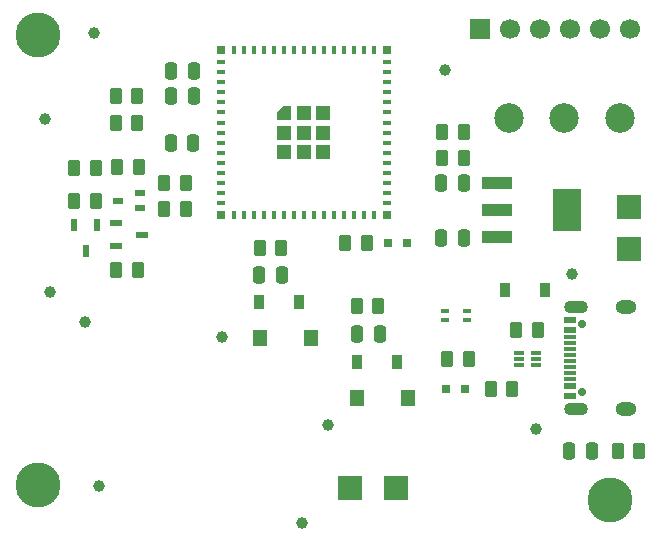
<source format=gbr>
%TF.GenerationSoftware,KiCad,Pcbnew,7.0.11+dfsg-1*%
%TF.CreationDate,2024-04-27T01:01:37+02:00*%
%TF.ProjectId,door_open_alarm,646f6f72-5f6f-4706-956e-5f616c61726d,rev?*%
%TF.SameCoordinates,Original*%
%TF.FileFunction,Soldermask,Top*%
%TF.FilePolarity,Negative*%
%FSLAX46Y46*%
G04 Gerber Fmt 4.6, Leading zero omitted, Abs format (unit mm)*
G04 Created by KiCad (PCBNEW 7.0.11+dfsg-1) date 2024-04-27 01:01:37*
%MOMM*%
%LPD*%
G01*
G04 APERTURE LIST*
G04 Aperture macros list*
%AMRoundRect*
0 Rectangle with rounded corners*
0 $1 Rounding radius*
0 $2 $3 $4 $5 $6 $7 $8 $9 X,Y pos of 4 corners*
0 Add a 4 corners polygon primitive as box body*
4,1,4,$2,$3,$4,$5,$6,$7,$8,$9,$2,$3,0*
0 Add four circle primitives for the rounded corners*
1,1,$1+$1,$2,$3*
1,1,$1+$1,$4,$5*
1,1,$1+$1,$6,$7*
1,1,$1+$1,$8,$9*
0 Add four rect primitives between the rounded corners*
20,1,$1+$1,$2,$3,$4,$5,0*
20,1,$1+$1,$4,$5,$6,$7,0*
20,1,$1+$1,$6,$7,$8,$9,0*
20,1,$1+$1,$8,$9,$2,$3,0*%
%AMFreePoly0*
4,1,6,0.600000,-0.600000,-0.600000,-0.600000,-0.600000,0.000000,0.000000,0.600000,0.600000,0.600000,0.600000,-0.600000,0.600000,-0.600000,$1*%
G04 Aperture macros list end*
%ADD10RoundRect,0.250000X0.250000X0.475000X-0.250000X0.475000X-0.250000X-0.475000X0.250000X-0.475000X0*%
%ADD11RoundRect,0.250000X-0.262500X-0.450000X0.262500X-0.450000X0.262500X0.450000X-0.262500X0.450000X0*%
%ADD12RoundRect,0.250000X-0.250000X-0.475000X0.250000X-0.475000X0.250000X0.475000X-0.250000X0.475000X0*%
%ADD13R,0.950000X1.150000*%
%ADD14R,0.800000X0.800000*%
%ADD15C,1.000000*%
%ADD16RoundRect,0.250000X0.262500X0.450000X-0.262500X0.450000X-0.262500X-0.450000X0.262500X-0.450000X0*%
%ADD17R,0.850000X0.300000*%
%ADD18R,1.040000X0.530000*%
%ADD19R,0.800000X0.400000*%
%ADD20R,0.400000X0.800000*%
%ADD21FreePoly0,0.000000*%
%ADD22R,1.200000X1.200000*%
%ADD23R,1.230000X1.360000*%
%ADD24R,2.000000X2.000000*%
%ADD25C,3.800000*%
%ADD26C,0.700000*%
%ADD27R,1.100000X0.550000*%
%ADD28R,1.100000X0.300000*%
%ADD29O,2.000000X1.100000*%
%ADD30O,1.800000X1.200000*%
%ADD31R,0.530000X1.040000*%
%ADD32R,0.940000X0.500000*%
%ADD33R,0.750000X0.400000*%
%ADD34C,2.500000*%
%ADD35R,2.500000X1.100000*%
%ADD36R,2.340000X3.600000*%
%ADD37R,1.700000X1.700000*%
%ADD38C,1.700000*%
G04 APERTURE END LIST*
D10*
%TO.C,C3*%
X100021400Y-74269600D03*
X98121400Y-74269600D03*
%TD*%
D11*
%TO.C,R14*%
X121056400Y-79502000D03*
X122881400Y-79502000D03*
%TD*%
D12*
%TO.C,C7*%
X113881400Y-94413700D03*
X115781400Y-94413700D03*
%TD*%
D13*
%TO.C,D4*%
X113884400Y-96774000D03*
X117264400Y-96774000D03*
%TD*%
D14*
%TO.C,LED2*%
X118110000Y-86715600D03*
X116510000Y-86715600D03*
%TD*%
D15*
%TO.C,TP8*%
X87440000Y-76170000D03*
%TD*%
D16*
%TO.C,R8*%
X91741000Y-83108800D03*
X89916000Y-83108800D03*
%TD*%
D17*
%TO.C,D1*%
X129032000Y-97020000D03*
X129032000Y-96520000D03*
X129032000Y-96020000D03*
X127592000Y-96020000D03*
X127592000Y-96520000D03*
X127592000Y-97020000D03*
%TD*%
D16*
%TO.C,R16*%
X95246200Y-74218800D03*
X93421200Y-74218800D03*
%TD*%
D10*
%TO.C,C2*%
X100021400Y-72085200D03*
X98121400Y-72085200D03*
%TD*%
D15*
%TO.C,TP2*%
X121300000Y-72000000D03*
%TD*%
D18*
%TO.C,Q3*%
X93415500Y-85018800D03*
X93415500Y-86918800D03*
X95615500Y-85968800D03*
%TD*%
D15*
%TO.C,TP5*%
X132100000Y-89300000D03*
%TD*%
%TO.C,FID1*%
X91980000Y-107270000D03*
%TD*%
D11*
%TO.C,R9*%
X89916000Y-80313850D03*
X91741000Y-80313850D03*
%TD*%
D19*
%TO.C,U1*%
X102368600Y-71377600D03*
X102368600Y-72227600D03*
X102368600Y-73077600D03*
X102368600Y-73927600D03*
X102368600Y-74777600D03*
X102368600Y-75627600D03*
X102368600Y-76477600D03*
X102368600Y-77327600D03*
X102368600Y-78177600D03*
X102368600Y-79027600D03*
X102368600Y-79877600D03*
X102368600Y-80727600D03*
X102368600Y-81577600D03*
X102368600Y-82427600D03*
X102368600Y-83277600D03*
D20*
X103418600Y-84327600D03*
X104268600Y-84327600D03*
X105118600Y-84327600D03*
X105968600Y-84327600D03*
X106818600Y-84327600D03*
X107668600Y-84327600D03*
X108518600Y-84327600D03*
X109368600Y-84327600D03*
X110218600Y-84327600D03*
X111068600Y-84327600D03*
X111918600Y-84327600D03*
X112768600Y-84327600D03*
X113618600Y-84327600D03*
X114468600Y-84327600D03*
X115318600Y-84327600D03*
D19*
X116368600Y-83277600D03*
X116368600Y-82427600D03*
X116368600Y-81577600D03*
X116368600Y-80727600D03*
X116368600Y-79877600D03*
X116368600Y-79027600D03*
X116368600Y-78177600D03*
X116368600Y-77327600D03*
X116368600Y-76477600D03*
X116368600Y-75627600D03*
X116368600Y-74777600D03*
X116368600Y-73927600D03*
X116368600Y-73077600D03*
X116368600Y-72227600D03*
X116368600Y-71377600D03*
D20*
X115318600Y-70327600D03*
X114468600Y-70327600D03*
X113618600Y-70327600D03*
X112768600Y-70327600D03*
X111918600Y-70327600D03*
X111068600Y-70327600D03*
X110218600Y-70327600D03*
X109368600Y-70327600D03*
X108518600Y-70327600D03*
X107668600Y-70327600D03*
X106818600Y-70327600D03*
X105968600Y-70327600D03*
X105118600Y-70327600D03*
X104268600Y-70327600D03*
X103418600Y-70327600D03*
D21*
X107718600Y-75677600D03*
D22*
X107718600Y-77327600D03*
X107718600Y-78977600D03*
X109368600Y-75677600D03*
X109368600Y-77327600D03*
X109368600Y-78977600D03*
X111018600Y-75677600D03*
X111018600Y-77327600D03*
X111018600Y-78977600D03*
D14*
X102368600Y-70327600D03*
X102368600Y-84327600D03*
X116368600Y-84327600D03*
X116368600Y-70327600D03*
%TD*%
D23*
%TO.C,ESP_RESET*%
X109982000Y-94691200D03*
X105622000Y-94691200D03*
%TD*%
D11*
%TO.C,R5*%
X135951500Y-104300000D03*
X137776500Y-104300000D03*
%TD*%
D13*
%TO.C,D2*%
X126414000Y-90678000D03*
X129794000Y-90678000D03*
%TD*%
D11*
%TO.C,R3*%
X112841500Y-86715600D03*
X114666500Y-86715600D03*
%TD*%
D14*
%TO.C,LED1*%
X121412000Y-99060000D03*
X123012000Y-99060000D03*
%TD*%
D15*
%TO.C,TP4*%
X111400000Y-102100000D03*
%TD*%
D13*
%TO.C,D3*%
X105542800Y-91690000D03*
X108922800Y-91690000D03*
%TD*%
D16*
%TO.C,R1*%
X127000000Y-99060000D03*
X125175000Y-99060000D03*
%TD*%
D24*
%TO.C,BAT*%
X136855200Y-83616800D03*
%TD*%
D16*
%TO.C,R10*%
X99359100Y-83769200D03*
X97534100Y-83769200D03*
%TD*%
D11*
%TO.C,R4*%
X127357500Y-94030800D03*
X129182500Y-94030800D03*
%TD*%
D16*
%TO.C,R6*%
X107444500Y-87071200D03*
X105619500Y-87071200D03*
%TD*%
D15*
%TO.C,FID3*%
X91610000Y-68870000D03*
%TD*%
D10*
%TO.C,C1*%
X133750000Y-104300000D03*
X131850000Y-104300000D03*
%TD*%
D25*
%TO.C,H2*%
X135300000Y-108400000D03*
%TD*%
D11*
%TO.C,R17*%
X121060200Y-77266800D03*
X122885200Y-77266800D03*
%TD*%
D26*
%TO.C,USB1*%
X132945000Y-99310000D03*
X132945000Y-93530000D03*
D27*
X131865000Y-99620000D03*
X131865000Y-98820000D03*
D28*
X131865000Y-98170000D03*
X131865000Y-97670000D03*
X131865000Y-97170000D03*
X131865000Y-96670000D03*
X131865000Y-96170000D03*
X131865000Y-95670000D03*
X131865000Y-95170000D03*
X131865000Y-94670000D03*
D27*
X131865000Y-94020000D03*
X131865000Y-93220000D03*
D29*
X132415000Y-100740000D03*
D30*
X136625000Y-100740000D03*
D29*
X132415000Y-92100000D03*
D30*
X136625000Y-92100000D03*
%TD*%
D15*
%TO.C,TP1*%
X129000000Y-102400000D03*
%TD*%
D16*
%TO.C,R12*%
X99361000Y-81635600D03*
X97536000Y-81635600D03*
%TD*%
D15*
%TO.C,TP3*%
X102400000Y-94600000D03*
%TD*%
D11*
%TO.C,R2*%
X121515500Y-96520000D03*
X123340500Y-96520000D03*
%TD*%
D15*
%TO.C,TP7*%
X90800000Y-93400000D03*
%TD*%
D31*
%TO.C,Q1*%
X91829300Y-85121000D03*
X89929300Y-85121000D03*
X90879300Y-87321000D03*
%TD*%
D11*
%TO.C,R15*%
X93468200Y-88950800D03*
X95293200Y-88950800D03*
%TD*%
D25*
%TO.C,H3*%
X86868000Y-107188000D03*
%TD*%
D24*
%TO.C,REED_G1*%
X117200000Y-107400000D03*
%TD*%
D10*
%TO.C,C5*%
X122896800Y-86265800D03*
X120996800Y-86265800D03*
%TD*%
D25*
%TO.C,H4*%
X86868000Y-69088000D03*
%TD*%
D32*
%TO.C,Q2*%
X95451300Y-83748400D03*
X95451300Y-82448400D03*
X93651300Y-83098400D03*
%TD*%
D23*
%TO.C,BOOT0*%
X118211600Y-99822000D03*
X113851600Y-99822000D03*
%TD*%
D15*
%TO.C,TP11*%
X109200000Y-110400000D03*
%TD*%
D10*
%TO.C,C8*%
X100006200Y-78181200D03*
X98106200Y-78181200D03*
%TD*%
%TO.C,C4*%
X122902000Y-81621600D03*
X121002000Y-81621600D03*
%TD*%
D15*
%TO.C,TP6*%
X87900000Y-90800000D03*
%TD*%
D24*
%TO.C,REED_OUT1*%
X113300000Y-107400000D03*
%TD*%
D33*
%TO.C,L1*%
X123144800Y-93211600D03*
X121304800Y-93211600D03*
X121304800Y-92411600D03*
X123144800Y-92411600D03*
%TD*%
D34*
%TO.C,SW3*%
X126700000Y-76100000D03*
X131400000Y-76100000D03*
X136100000Y-76100000D03*
%TD*%
D24*
%TO.C,GND*%
X136855200Y-87223600D03*
%TD*%
D35*
%TO.C,U2*%
X125730000Y-81556800D03*
X125730000Y-83856800D03*
X125730000Y-86156800D03*
D36*
X131670000Y-83856800D03*
%TD*%
D16*
%TO.C,R11*%
X95396700Y-80264000D03*
X93571700Y-80264000D03*
%TD*%
%TO.C,R7*%
X115677900Y-92026100D03*
X113852900Y-92026100D03*
%TD*%
D12*
%TO.C,C6*%
X105597200Y-89408000D03*
X107497200Y-89408000D03*
%TD*%
D37*
%TO.C,H1*%
X124307600Y-68529200D03*
D38*
X126847600Y-68529200D03*
X129387600Y-68529200D03*
X131927600Y-68529200D03*
X134467600Y-68529200D03*
X137007600Y-68529200D03*
%TD*%
D11*
%TO.C,R13*%
X93421200Y-76504800D03*
X95246200Y-76504800D03*
%TD*%
M02*

</source>
